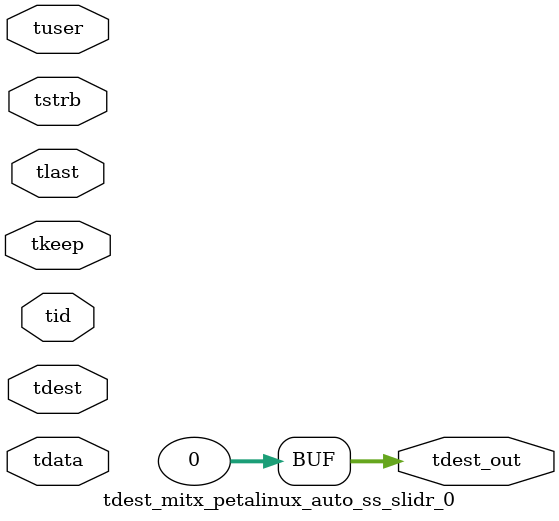
<source format=v>


`timescale 1ps/1ps

module tdest_mitx_petalinux_auto_ss_slidr_0 #
(
parameter C_S_AXIS_TDATA_WIDTH = 32,
parameter C_S_AXIS_TUSER_WIDTH = 0,
parameter C_S_AXIS_TID_WIDTH   = 0,
parameter C_S_AXIS_TDEST_WIDTH = 0,
parameter C_M_AXIS_TDEST_WIDTH = 32
)
(
input  [(C_S_AXIS_TDATA_WIDTH == 0 ? 1 : C_S_AXIS_TDATA_WIDTH)-1:0     ] tdata,
input  [(C_S_AXIS_TUSER_WIDTH == 0 ? 1 : C_S_AXIS_TUSER_WIDTH)-1:0     ] tuser,
input  [(C_S_AXIS_TID_WIDTH   == 0 ? 1 : C_S_AXIS_TID_WIDTH)-1:0       ] tid,
input  [(C_S_AXIS_TDEST_WIDTH == 0 ? 1 : C_S_AXIS_TDEST_WIDTH)-1:0     ] tdest,
input  [(C_S_AXIS_TDATA_WIDTH/8)-1:0 ] tkeep,
input  [(C_S_AXIS_TDATA_WIDTH/8)-1:0 ] tstrb,
input                                                                    tlast,
output [C_M_AXIS_TDEST_WIDTH-1:0] tdest_out
);

assign tdest_out = {1'b0};

endmodule


</source>
